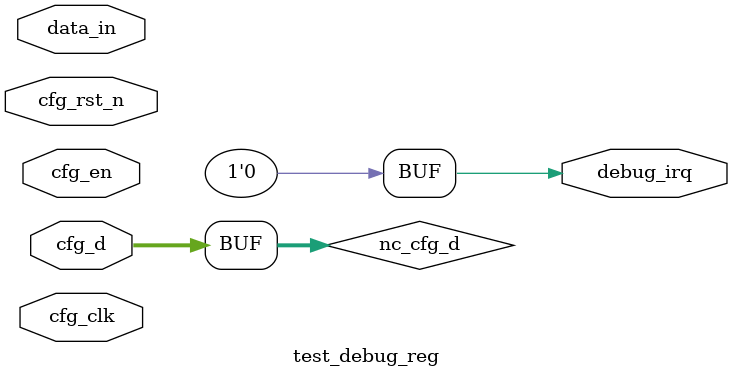
<source format=sv>

module  test_debug_reg  #(
  parameter DataWidth = 16
) (
  input                  cfg_clk,
  input                  cfg_rst_n,
  input  [DataWidth-1:0] cfg_d,
  input                  cfg_en,

  input  [DataWidth-1:0] data_in,

  output logic           debug_irq
);

logic [DataWidth-1:0] debug_val;

always_ff @(posedge cfg_clk or negedge cfg_rst_n) begin
  if(~cfg_rst_n) begin
    debug_val <= {DataWidth{1'b0}};
  end else if(cfg_en) begin
    debug_val <= cfg_d[DataWidth-1:0];
  end
end

   assign debug_irq = 1'b0;
 //(data_in === debug_val);

logic [15:0] nc_cfg_d;
assign nc_cfg_d = cfg_d;

endmodule





</source>
